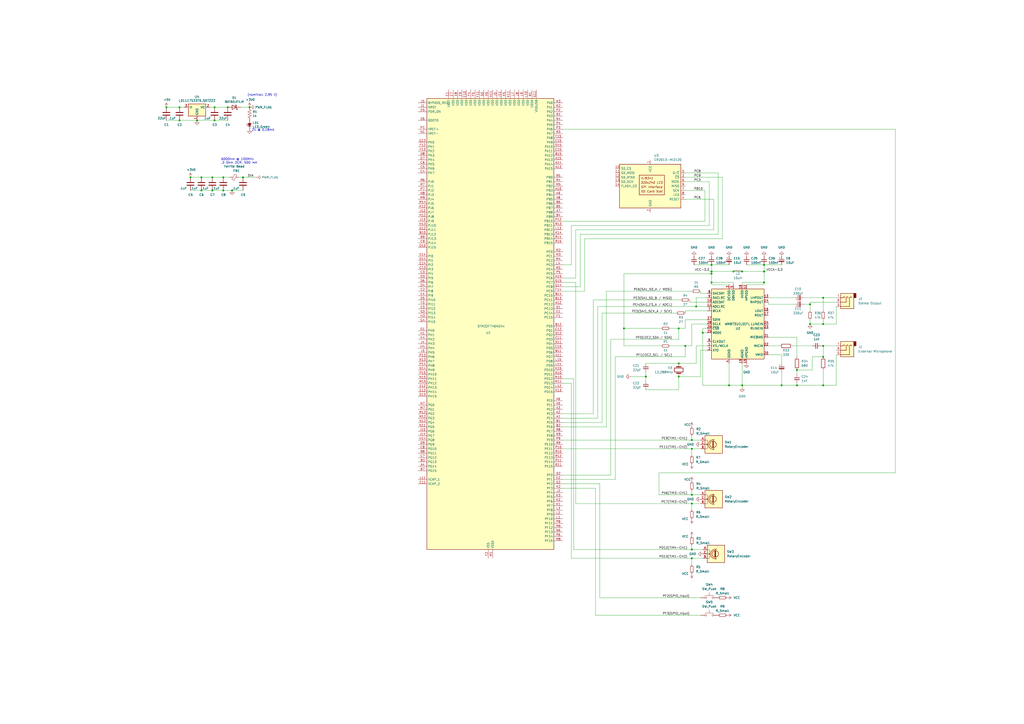
<source format=kicad_sch>
(kicad_sch (version 20230121) (generator eeschema)
  (paper "A2")
  (junction (at 401.32 318.77))
  (junction (at 361.95 190.5))
  (junction (at 374.65 218.44))
  (junction (at 116.84 110.49))
  (junction (at 110.49 102.87))
  (junction (at 403.86 177.8))
  (junction (at 453.39 223.52))
  (junction (at 477.52 207.01))
  (junction (at 443.23 163.83))
  (junction (at 129.54 102.87))
  (junction (at 124.46 69.85))
  (junction (at 477.52 200.66))
  (junction (at 401.32 260.35))
  (junction (at 425.45 157.48))
  (junction (at 401.32 292.1))
  (junction (at 124.46 62.23))
  (junction (at 123.19 102.87))
  (junction (at 129.54 110.49))
  (junction (at 104.14 62.23))
  (junction (at 104.14 69.85))
  (junction (at 401.32 323.85))
  (junction (at 393.7 210.82))
  (junction (at 123.19 110.49))
  (junction (at 462.28 223.52))
  (junction (at 412.75 158.75))
  (junction (at 462.28 214.63))
  (junction (at 469.9 187.96))
  (junction (at 407.67 193.04))
  (junction (at 412.75 163.83))
  (junction (at 393.7 190.5))
  (junction (at 443.23 157.48))
  (junction (at 140.97 102.87))
  (junction (at 412.75 157.48))
  (junction (at 430.53 157.48))
  (junction (at 134.62 110.49))
  (junction (at 430.53 223.52))
  (junction (at 412.75 153.67))
  (junction (at 401.32 255.27))
  (junction (at 477.52 172.72))
  (junction (at 132.08 62.23))
  (junction (at 397.51 200.66))
  (junction (at 144.78 62.23))
  (junction (at 477.52 187.96))
  (junction (at 422.91 223.52))
  (junction (at 393.7 218.44))
  (junction (at 469.9 176.53))
  (junction (at 116.84 102.87))
  (junction (at 477.52 223.52))
  (junction (at 114.3 69.85))
  (junction (at 96.52 62.23))
  (junction (at 443.23 153.67))
  (junction (at 401.32 287.02))
  (wire (pts (xy 416.56 135.89) (xy 336.55 135.89)))
  (wire (pts (xy 406.4 218.44) (xy 393.7 218.44)))
  (wire (pts (xy 331.47 323.85) (xy 331.47 222.25)))
  (wire (pts (xy 346.71 177.8) (xy 403.86 177.8)))
  (wire (pts (xy 129.54 110.49) (xy 134.62 110.49)))
  (wire (pts (xy 519.43 74.93) (xy 519.43 274.32)))
  (wire (pts (xy 326.39 245.11) (xy 349.25 245.11)))
  (wire (pts (xy 134.62 110.49) (xy 140.97 110.49)))
  (wire (pts (xy 336.55 166.37) (xy 326.39 166.37)))
  (wire (pts (xy 397.51 115.57) (xy 414.02 115.57)))
  (wire (pts (xy 397.51 105.41) (xy 411.48 105.41)))
  (wire (pts (xy 410.21 180.34) (xy 397.51 180.34)))
  (wire (pts (xy 425.45 165.1) (xy 425.45 163.83)))
  (wire (pts (xy 331.47 153.67) (xy 326.39 153.67)))
  (wire (pts (xy 461.01 176.53) (xy 445.77 176.53)))
  (wire (pts (xy 469.9 176.53) (xy 469.9 180.34)))
  (wire (pts (xy 430.53 223.52) (xy 430.53 224.79)))
  (wire (pts (xy 326.39 161.29) (xy 334.01 161.29)))
  (wire (pts (xy 331.47 222.25) (xy 326.39 222.25)))
  (wire (pts (xy 416.56 100.33) (xy 416.56 135.89)))
  (wire (pts (xy 406.4 255.27) (xy 401.32 255.27)))
  (wire (pts (xy 346.71 242.57) (xy 346.71 177.8)))
  (wire (pts (xy 408.94 128.27) (xy 408.94 110.49)))
  (wire (pts (xy 383.54 200.66) (xy 361.95 200.66)))
  (wire (pts (xy 138.43 102.87) (xy 140.97 102.87)))
  (wire (pts (xy 361.95 158.75) (xy 412.75 158.75)))
  (wire (pts (xy 104.14 69.85) (xy 114.3 69.85)))
  (wire (pts (xy 401.32 187.96) (xy 401.32 200.66)))
  (wire (pts (xy 410.21 172.72) (xy 403.86 172.72)))
  (wire (pts (xy 477.52 187.96) (xy 469.9 187.96)))
  (wire (pts (xy 445.77 200.66) (xy 452.12 200.66)))
  (wire (pts (xy 412.75 153.67) (xy 422.91 153.67)))
  (wire (pts (xy 469.9 185.42) (xy 469.9 187.96)))
  (wire (pts (xy 116.84 110.49) (xy 123.19 110.49)))
  (wire (pts (xy 397.51 200.66) (xy 397.51 207.01)))
  (wire (pts (xy 339.09 168.91) (xy 326.39 168.91)))
  (wire (pts (xy 443.23 157.48) (xy 444.5 157.48)))
  (wire (pts (xy 403.86 200.66) (xy 403.86 210.82)))
  (wire (pts (xy 400.05 175.26) (xy 400.05 173.99)))
  (wire (pts (xy 397.51 185.42) (xy 397.51 190.5)))
  (wire (pts (xy 445.77 205.74) (xy 453.39 205.74)))
  (wire (pts (xy 406.4 203.2) (xy 406.4 218.44)))
  (wire (pts (xy 397.51 180.34) (xy 397.51 181.61)))
  (wire (pts (xy 519.43 274.32) (xy 382.27 274.32)))
  (wire (pts (xy 140.97 102.87) (xy 148.59 102.87)))
  (wire (pts (xy 406.4 260.35) (xy 401.32 260.35)))
  (wire (pts (xy 445.77 176.53) (xy 445.77 175.26)))
  (wire (pts (xy 349.25 245.11) (xy 349.25 181.61)))
  (wire (pts (xy 393.7 218.44) (xy 393.7 226.06)))
  (wire (pts (xy 356.87 207.01) (xy 397.51 207.01)))
  (wire (pts (xy 430.53 157.48) (xy 443.23 157.48)))
  (wire (pts (xy 356.87 207.01) (xy 356.87 278.13)))
  (wire (pts (xy 124.46 69.85) (xy 132.08 69.85)))
  (wire (pts (xy 471.17 214.63) (xy 471.17 207.01)))
  (wire (pts (xy 476.25 200.66) (xy 477.52 200.66)))
  (wire (pts (xy 462.28 223.52) (xy 477.52 223.52)))
  (wire (pts (xy 401.32 200.66) (xy 397.51 200.66)))
  (wire (pts (xy 477.52 214.63) (xy 477.52 223.52)))
  (wire (pts (xy 354.33 196.85) (xy 393.7 196.85)))
  (wire (pts (xy 453.39 205.74) (xy 453.39 210.82)))
  (wire (pts (xy 106.68 62.23) (xy 104.14 62.23)))
  (wire (pts (xy 365.76 218.44) (xy 374.65 218.44)))
  (wire (pts (xy 339.09 138.43) (xy 339.09 168.91)))
  (wire (pts (xy 116.84 102.87) (xy 123.19 102.87)))
  (wire (pts (xy 354.33 196.85) (xy 354.33 275.59)))
  (wire (pts (xy 326.39 278.13) (xy 356.87 278.13)))
  (wire (pts (xy 332.74 219.71) (xy 332.74 318.77)))
  (wire (pts (xy 123.19 110.49) (xy 129.54 110.49)))
  (wire (pts (xy 403.86 172.72) (xy 403.86 177.8)))
  (wire (pts (xy 422.91 165.1) (xy 412.75 165.1)))
  (wire (pts (xy 332.74 318.77) (xy 401.32 318.77)))
  (wire (pts (xy 422.91 210.82) (xy 422.91 223.52)))
  (wire (pts (xy 406.4 292.1) (xy 401.32 292.1)))
  (wire (pts (xy 419.1 102.87) (xy 419.1 138.43)))
  (wire (pts (xy 374.65 218.44) (xy 374.65 220.98)))
  (wire (pts (xy 361.95 190.5) (xy 361.95 158.75)))
  (wire (pts (xy 410.21 190.5) (xy 407.67 190.5)))
  (wire (pts (xy 485.14 172.72) (xy 477.52 172.72)))
  (wire (pts (xy 397.51 110.49) (xy 408.94 110.49)))
  (wire (pts (xy 345.44 356.87) (xy 406.4 356.87)))
  (wire (pts (xy 459.74 200.66) (xy 471.17 200.66)))
  (wire (pts (xy 326.39 219.71) (xy 332.74 219.71)))
  (wire (pts (xy 410.21 175.26) (xy 400.05 175.26)))
  (wire (pts (xy 326.39 74.93) (xy 519.43 74.93)))
  (wire (pts (xy 410.21 200.66) (xy 403.86 200.66)))
  (wire (pts (xy 430.53 163.83) (xy 443.23 163.83)))
  (wire (pts (xy 334.01 292.1) (xy 334.01 163.83)))
  (wire (pts (xy 462.28 222.25) (xy 462.28 223.52)))
  (wire (pts (xy 397.51 100.33) (xy 416.56 100.33)))
  (wire (pts (xy 401.32 287.02) (xy 401.32 284.48)))
  (wire (pts (xy 433.07 165.1) (xy 443.23 165.1)))
  (wire (pts (xy 326.39 247.65) (xy 351.79 247.65)))
  (wire (pts (xy 374.65 215.9) (xy 374.65 218.44)))
  (wire (pts (xy 469.9 176.53) (xy 469.9 175.26)))
  (wire (pts (xy 477.52 200.66) (xy 485.14 200.66)))
  (wire (pts (xy 414.02 115.57) (xy 414.02 133.35)))
  (wire (pts (xy 374.65 210.82) (xy 393.7 210.82)))
  (wire (pts (xy 349.25 181.61) (xy 392.43 181.61)))
  (wire (pts (xy 96.52 62.23) (xy 104.14 62.23)))
  (wire (pts (xy 477.52 172.72) (xy 477.52 180.34)))
  (wire (pts (xy 422.91 223.52) (xy 430.53 223.52)))
  (wire (pts (xy 407.67 318.77) (xy 401.32 318.77)))
  (wire (pts (xy 347.98 346.71) (xy 406.4 346.71)))
  (wire (pts (xy 334.01 133.35) (xy 334.01 161.29)))
  (wire (pts (xy 326.39 260.35) (xy 401.32 260.35)))
  (wire (pts (xy 410.21 185.42) (xy 397.51 185.42)))
  (wire (pts (xy 477.52 223.52) (xy 485.14 223.52)))
  (wire (pts (xy 326.39 128.27) (xy 408.94 128.27)))
  (wire (pts (xy 453.39 223.52) (xy 462.28 223.52)))
  (wire (pts (xy 326.39 240.03) (xy 344.17 240.03)))
  (wire (pts (xy 477.52 172.72) (xy 466.09 172.72)))
  (wire (pts (xy 430.53 223.52) (xy 453.39 223.52)))
  (wire (pts (xy 344.17 240.03) (xy 344.17 173.99)))
  (wire (pts (xy 331.47 323.85) (xy 401.32 323.85)))
  (wire (pts (xy 411.48 105.41) (xy 411.48 130.81)))
  (wire (pts (xy 96.52 69.85) (xy 104.14 69.85)))
  (wire (pts (xy 443.23 153.67) (xy 443.23 157.48)))
  (wire (pts (xy 407.67 223.52) (xy 422.91 223.52)))
  (wire (pts (xy 485.14 175.26) (xy 469.9 175.26)))
  (wire (pts (xy 445.77 172.72) (xy 461.01 172.72)))
  (wire (pts (xy 129.54 102.87) (xy 133.35 102.87)))
  (wire (pts (xy 393.7 190.5) (xy 388.62 190.5)))
  (wire (pts (xy 477.52 185.42) (xy 477.52 187.96)))
  (wire (pts (xy 419.1 138.43) (xy 339.09 138.43)))
  (wire (pts (xy 382.27 287.02) (xy 401.32 287.02)))
  (wire (pts (xy 123.19 102.87) (xy 129.54 102.87)))
  (wire (pts (xy 334.01 163.83) (xy 326.39 163.83)))
  (wire (pts (xy 124.46 62.23) (xy 132.08 62.23)))
  (wire (pts (xy 485.14 177.8) (xy 485.14 187.96)))
  (wire (pts (xy 485.14 187.96) (xy 477.52 187.96)))
  (wire (pts (xy 410.21 187.96) (xy 401.32 187.96)))
  (wire (pts (xy 412.75 157.48) (xy 425.45 157.48)))
  (wire (pts (xy 331.47 130.81) (xy 331.47 153.67)))
  (wire (pts (xy 393.7 190.5) (xy 393.7 196.85)))
  (wire (pts (xy 326.39 255.27) (xy 401.32 255.27)))
  (wire (pts (xy 351.79 247.65) (xy 351.79 168.91)))
  (wire (pts (xy 326.39 242.57) (xy 346.71 242.57)))
  (wire (pts (xy 412.75 158.75) (xy 412.75 157.48)))
  (wire (pts (xy 401.32 323.85) (xy 401.32 327.66)))
  (wire (pts (xy 412.75 163.83) (xy 412.75 158.75)))
  (wire (pts (xy 393.7 226.06) (xy 374.65 226.06)))
  (wire (pts (xy 406.4 170.18) (xy 406.4 168.91)))
  (wire (pts (xy 411.48 130.81) (xy 331.47 130.81)))
  (wire (pts (xy 414.02 133.35) (xy 334.01 133.35)))
  (wire (pts (xy 401.32 318.77) (xy 401.32 316.23)))
  (wire (pts (xy 397.51 102.87) (xy 419.1 102.87)))
  (wire (pts (xy 402.59 153.67) (xy 412.75 153.67)))
  (wire (pts (xy 443.23 153.67) (xy 453.39 153.67)))
  (wire (pts (xy 407.67 193.04) (xy 407.67 223.52)))
  (wire (pts (xy 407.67 323.85) (xy 401.32 323.85)))
  (wire (pts (xy 383.54 190.5) (xy 361.95 190.5)))
  (wire (pts (xy 351.79 168.91) (xy 401.32 168.91)))
  (wire (pts (xy 430.53 210.82) (xy 430.53 223.52)))
  (wire (pts (xy 412.75 153.67) (xy 412.75 157.48)))
  (wire (pts (xy 443.23 163.83) (xy 443.23 157.48)))
  (wire (pts (xy 347.98 280.67) (xy 326.39 280.67)))
  (wire (pts (xy 334.01 292.1) (xy 401.32 292.1)))
  (wire (pts (xy 453.39 215.9) (xy 453.39 223.52)))
  (wire (pts (xy 347.98 346.71) (xy 347.98 280.67)))
  (wire (pts (xy 412.75 165.1) (xy 412.75 163.83)))
  (wire (pts (xy 336.55 135.89) (xy 336.55 166.37)))
  (wire (pts (xy 401.32 255.27) (xy 401.32 252.73)))
  (wire (pts (xy 403.86 177.8) (xy 410.21 177.8)))
  (wire (pts (xy 433.07 153.67) (xy 443.23 153.67)))
  (wire (pts (xy 407.67 193.04) (xy 410.21 193.04)))
  (wire (pts (xy 110.49 110.49) (xy 116.84 110.49)))
  (wire (pts (xy 397.51 190.5) (xy 393.7 190.5)))
  (wire (pts (xy 462.28 214.63) (xy 471.17 214.63)))
  (wire (pts (xy 443.23 165.1) (xy 443.23 163.83)))
  (wire (pts (xy 139.7 62.23) (xy 144.78 62.23)))
  (wire (pts (xy 477.52 200.66) (xy 477.52 207.01)))
  (wire (pts (xy 471.17 207.01) (xy 477.52 207.01)))
  (wire (pts (xy 425.45 163.83) (xy 412.75 163.83)))
  (wire (pts (xy 401.32 260.35) (xy 401.32 264.16)))
  (wire (pts (xy 410.21 203.2) (xy 406.4 203.2)))
  (wire (pts (xy 397.51 200.66) (xy 388.62 200.66)))
  (wire (pts (xy 114.3 69.85) (xy 124.46 69.85)))
  (wire (pts (xy 485.14 205.74) (xy 485.14 223.52)))
  (wire (pts (xy 407.67 190.5) (xy 407.67 193.04)))
  (wire (pts (xy 411.48 157.48) (xy 412.75 157.48)))
  (wire (pts (xy 361.95 200.66) (xy 361.95 190.5)))
  (wire (pts (xy 466.09 176.53) (xy 469.9 176.53)))
  (wire (pts (xy 430.53 165.1) (xy 430.53 163.83)))
  (wire (pts (xy 462.28 214.63) (xy 462.28 217.17)))
  (wire (pts (xy 344.17 173.99) (xy 394.97 173.99)))
  (wire (pts (xy 406.4 287.02) (xy 401.32 287.02)))
  (wire (pts (xy 345.44 283.21) (xy 345.44 356.87)))
  (wire (pts (xy 445.77 195.58) (xy 462.28 195.58)))
  (wire (pts (xy 430.53 157.48) (xy 425.45 157.48)))
  (wire (pts (xy 354.33 275.59) (xy 326.39 275.59)))
  (wire (pts (xy 403.86 210.82) (xy 393.7 210.82)))
  (wire (pts (xy 410.21 170.18) (xy 406.4 170.18)))
  (wire (pts (xy 121.92 62.23) (xy 124.46 62.23)))
  (wire (pts (xy 382.27 274.32) (xy 382.27 287.02)))
  (wire (pts (xy 110.49 102.87) (xy 116.84 102.87)))
  (wire (pts (xy 326.39 283.21) (xy 345.44 283.21)))
  (wire (pts (xy 462.28 207.01) (xy 462.28 195.58)))
  (wire (pts (xy 401.32 292.1) (xy 401.32 295.91)))
  (text "2V @ 0.18mA" (at 146.05 76.2 0) (effects (font (size 1.27 1.27)) (justify left bottom)))
  (text "(nominal: 2.95 V)" (at 143.51 55.88 0) (effects (font (size 1.27 1.27)) (justify left bottom)))
  (text "600Ohm @ 100MHz\n.3 Ohm DCR, 500 mA" (at 128.27 95.25 0) (effects (font (size 1.27 1.27)) (justify left bottom)))
  (label "PF2(GPIO_Input)" (at 400.05 346.71 180))
  (label "PF3(GPIO_Input)" (at 400.05 356.87 180))
  (label "PE5(SAI1_SCK_A {slash} SCK)" (at 389.89 181.61 180))
  (label "PE9(TIM1-CH1)" (at 398.78 255.27 180))
  (label "PC9" (at 402.59 102.87 0))
  (label "3VA" (at 143.51 102.87 0))
  (label "PF0(I2C2_SDA {slash} SDA)" (at 389.89 196.85 180))
  (label "PE6(SA1_SD_A {slash} MOSI)" (at 389.89 168.91 180))
  (label "VCCA-3.3" (at 444.5 157.48 0))
  (label "PB10" (at 402.59 110.49 0))
  (label "VCC-3.3" (at 411.48 157.48 180))
  (label "PD13(TIM1-CH2)" (at 398.78 323.85 180))
  (label "PC7(TIM3-CH2)" (at 398.78 292.1 180))
  (label "PD12(TIM4-CH1)" (at 398.78 318.77 180))
  (label "PC3" (at 402.59 105.41 0))
  (label "PA6(TIM3-CH1)" (at 398.78 287.02 180))
  (label "PC6" (at 402.59 115.57 0))
  (label "PE4(SAI1_FS_A {slash} ADCL)" (at 389.89 177.8 180))
  (label "PC8" (at 402.59 100.33 0))
  (label "PE11(TIM1-CH2)" (at 398.78 260.35 180))
  (label "PE3(SA1_SD_B {slash} MISO)" (at 389.89 173.99 180))
  (label "PF1(I2C2_SCL {slash} SCL)" (at 389.89 207.01 180))
  (symbol (lib_id "Device:C_Small") (at 443.23 151.13 0) (unit 1)
    (property "Reference" "C26" (at 445.77 149.8663 0) (effects (justify left)))
    (property "Value" "100nF" (at 445.77 152.4063 0) (effects (justify left)))
  )
  (symbol (lib_id "Device:R") (at 462.28 210.82 0) (unit 1)
    (property "Reference" "R34" (at 464.82 209.55 0) (effects (justify left)))
    (property "Value" "680" (at 464.82 212.09 0) (effects (justify left)))
  )
  (symbol (lib_id "Device:C_Polarized_Small") (at 453.39 151.13 0) (unit 1)
    (property "Reference" "E8" (at 455.93 149.86 0) (effects (justify left)))
    (property "Value" "10uF" (at 455.93 152.4 0) (effects (justify left)))
  )
  (symbol (lib_id "stm32f091-rescue:Ferrite_Bead_Small-Device") (at 135.89 102.87 270) (unit 1)
    (property "Reference" "FB1" (at 137.16 99.06 90))
    (property "Value" "Ferrite Bead" (at 135.89 96.52 90))
    (property "Footprint" "Inductor_SMD:L_0805_2012Metric_Pad1.15x1.40mm_HandSolder" (effects hide))
  )
  (symbol (lib_id "Device:RotaryEncoder") (at 414.02 257.81 0) (unit 1)
    (property "Reference" "SW1" (at 420.37 256.54 0) (effects (justify left)))
    (property "Value" "RotaryEncoder" (at 420.37 259.08 0) (effects (justify left)))
  )
  (symbol (lib_id "power:GND") (at 469.9 187.96 0) (unit 1)
    (property "Reference" "#PWR08" (effects hide))
    (property "Value" "GND" (at 469.9 193.04 0))
  )
  (symbol (lib_id "power:VCC") (at 401.32 311.15 0) (unit 1)
    (property "Reference" "#PWR014" (effects hide))
    (property "Value" "VCC" (at 397.51 311.15 0))
  )
  (symbol (lib_id "power:PWR_FLAG") (at 144.78 62.23 270) (unit 1)
    (property "Reference" "#FLG01" (effects hide))
    (property "Value" "PWR_FLAG" (at 148.0312 62.23 90) (effects (justify left)))
  )
  (symbol (lib_id "power:GND") (at 453.39 148.59 180) (unit 1)
    (property "Reference" "#PWR023" (effects hide))
    (property "Value" "GND" (at 453.39 143.51 0))
  )
  (symbol (lib_id "power:VCC") (at 401.32 247.65 0) (unit 1)
    (property "Reference" "#PWR013" (effects hide))
    (property "Value" "VCC" (at 398.78 246.38 0))
  )
  (symbol (lib_id "power:GND") (at 134.62 110.49 0) (unit 1)
    (property "Reference" "#PWR06" (effects hide))
    (property "Value" "GND" (effects hide))
  )
  (symbol (lib_id "Device:R_Small") (at 401.32 266.7 180) (unit 1)
    (property "Reference" "R7" (at 406.4 265.43 0) (effects (justify left)))
    (property "Value" "R_Small" (at 411.48 267.97 0) (effects (justify left)))
  )
  (symbol (lib_id "Device:R") (at 455.93 200.66 90) (unit 1)
    (property "Reference" "R33" (at 455.93 203.2 90))
    (property "Value" "330" (at 455.93 205.74 90))
  )
  (symbol (lib_id "Device:C_Small") (at 462.28 219.71 0) (unit 1)
    (property "Reference" "C24" (at 464.82 218.4463 0) (effects (justify left)))
    (property "Value" "1nF" (at 464.82 220.9863 0) (effects (justify left)))
  )
  (symbol (lib_id "Device:R_US") (at 144.78 66.04 0) (unit 1)
    (property "Reference" "R1" (at 146.5072 64.8716 0) (effects (justify left)))
    (property "Value" "1k" (at 146.5072 67.183 0) (effects (justify left)))
    (property "Footprint" "Resistor_SMD:R_0805_2012Metric_Pad1.15x1.40mm_HandSolder" (effects hide))
    (property "Datasheet" "https://datasheet.lcsc.com/szlcsc/Uniroyal-Elec-0805W8F3001T5E_C17661.pdf" (effects hide))
  )
  (symbol (lib_id "Switch:SW_Push") (at 411.48 346.71 0) (unit 1)
    (property "Reference" "SW4" (at 411.48 339.09 0))
    (property "Value" "SW_Push" (at 411.48 341.63 0))
  )
  (symbol (lib_id "Device:R") (at 477.52 210.82 0) (unit 1)
    (property "Reference" "R35" (at 480.06 209.55 0) (effects (justify left)))
    (property "Value" "47k" (at 480.06 212.09 0) (effects (justify left)))
  )
  (symbol (lib_id "Diode:BAT60A") (at 135.89 62.23 180) (unit 1)
    (property "Reference" "D1" (at 135.89 56.7182 0))
    (property "Value" "BAT60JFILM" (at 135.89 59.0296 0))
    (property "Footprint" "Diode_SMD:D_SOD-323" (effects hide))
    (property "Datasheet" "https://www.infineon.com/dgdl/Infineon-BAT60ASERIES-DS-v01_01-en.pdf?fileId=db3a304313d846880113def70c9304a9" (effects hide))
  )
  (symbol (lib_id "power:GND") (at 407.67 321.31 270) (unit 1)
    (property "Reference" "#PWR012" (effects hide))
    (property "Value" "GND" (at 403.86 321.31 90) (effects (justify right)))
  )
  (symbol (lib_id "Device:C") (at 129.54 106.68 0) (unit 1)
    (property "Reference" "C8" (at 128.27 113.03 0) (effects (justify left)))
    (property "Value" ".1uF" (at 123.19 109.22 0) (effects (justify left)))
    (property "Footprint" "Capacitor_SMD:C_0805_2012Metric_Pad1.15x1.40mm_HandSolder" (effects hide))
  )
  (symbol (lib_id "Switch:SW_Push") (at 411.48 356.87 0) (unit 1)
    (property "Reference" "SW5" (at 411.48 349.25 0))
    (property "Value" "SW_Push" (at 411.48 351.79 0))
  )
  (symbol (lib_id "Device:C") (at 116.84 106.68 0) (unit 1)
    (property "Reference" "C6" (at 115.57 113.03 0) (effects (justify left)))
    (property "Value" ".1uF" (at 110.49 109.22 0) (effects (justify left)))
    (property "Footprint" "Capacitor_SMD:C_0805_2012Metric_Pad1.15x1.40mm_HandSolder" (effects hide))
  )
  (symbol (lib_id "Device:C_Polarized_Small") (at 463.55 172.72 90) (unit 1)
    (property "Reference" "E10" (at 464.82 167.64 90) (effects (justify left)))
    (property "Value" "330uF" (at 466.09 170.18 90) (effects (justify left)))
  )
  (symbol (lib_id "Device:C_Small") (at 412.75 151.13 0) (unit 1)
    (property "Reference" "C28" (at 415.29 149.8663 0) (effects (justify left)))
    (property "Value" "100nF" (at 415.29 152.4063 0) (effects (justify left)))
  )
  (symbol (lib_id "Connector_Audio:AudioJack3") (at 490.22 175.26 180) (unit 1)
    (property "Reference" "J2" (at 497.84 173.355 0) (effects (justify right)))
    (property "Value" "Stereo Output" (at 497.84 175.895 0) (effects (justify right)))
  )
  (symbol (lib_id "Device:C") (at 96.52 66.04 0) (unit 1)
    (property "Reference" "C1" (at 95.25 72.39 0) (effects (justify left)))
    (property "Value" "22uF" (at 91.44 68.58 0) (effects (justify left)))
    (property "Footprint" "Capacitor_SMD:C_0805_2012Metric_Pad1.15x1.40mm_HandSolder" (effects hide))
    (property "Datasheet" "https://datasheet.lcsc.com/szlcsc/Samsung-Electro-Mechanics-CL21A226MAQNNNE_C45783.pdf" (effects hide))
  )
  (symbol (lib_id "power:VCC") (at 401.32 332.74 180) (unit 1)
    (property "Reference" "#PWR016" (effects hide))
    (property "Value" "VCC" (at 397.51 332.74 0))
  )
  (symbol (lib_id "Device:R_Small") (at 386.08 200.66 90) (unit 1)
    (property "Reference" "R1" (at 386.08 198.12 90))
    (property "Value" "1k" (at 386.08 203.2 90))
  )
  (symbol (lib_id "Device:R_Small") (at 469.9 182.88 0) (unit 1)
    (property "Reference" "R36" (at 472.44 181.61 0) (effects (justify left)))
    (property "Value" "47k" (at 472.44 184.15 0) (effects (justify left)))
  )
  (symbol (lib_id "Device:C") (at 104.14 66.04 0) (unit 1)
    (property "Reference" "C2" (at 102.87 72.39 0) (effects (justify left)))
    (property "Value" ".1uF" (at 97.79 68.58 0) (effects (justify left)))
    (property "Footprint" "Capacitor_SMD:C_0805_2012Metric_Pad1.15x1.40mm_HandSolder" (effects hide))
    (property "Datasheet" "https://datasheet.lcsc.com/szlcsc/Samsung-Electro-Mechanics-CL21C101JBANNNC_C1790.pdf" (effects hide))
  )
  (symbol (lib_id "power:VCC") (at 421.64 346.71 270) (unit 1)
    (property "Reference" "#PWR019" (effects hide))
    (property "Value" "VCC" (at 425.45 346.71 90) (effects (justify left)))
  )
  (symbol (lib_id "Device:R_Small") (at 477.52 182.88 0) (unit 1)
    (property "Reference" "R37" (at 480.06 181.61 0) (effects (justify left)))
    (property "Value" "47k" (at 480.06 184.15 0) (effects (justify left)))
  )
  (symbol (lib_id "power:GND") (at 406.4 257.81 270) (unit 1)
    (property "Reference" "#PWR010" (effects hide))
    (property "Value" "GND" (at 402.59 257.81 90) (effects (justify right)))
  )
  (symbol (lib_id "power:GND") (at 430.53 224.79 0) (unit 1)
    (property "Reference" "#PWR07" (effects hide))
    (property "Value" "GND" (at 430.53 229.87 0))
  )
  (symbol (lib_id "Device:C_Polarized_Small") (at 453.39 213.36 0) (unit 1)
    (property "Reference" "E14" (at 447.04 213.36 0) (effects (justify left)))
    (property "Value" "10uF" (at 447.04 215.9 0) (effects (justify left)))
  )
  (symbol (lib_id "Device:RotaryEncoder") (at 415.29 321.31 0) (unit 1)
    (property "Reference" "SW3" (at 421.64 320.04 0) (effects (justify left)))
    (property "Value" "RotaryEncoder" (at 421.64 322.58 0) (effects (justify left)))
  )
  (symbol (lib_id "power:GND") (at 402.59 148.59 180) (unit 1)
    (property "Reference" "#PWR024" (effects hide))
    (property "Value" "GND" (at 402.59 143.51 0))
  )
  (symbol (lib_id "Device:Crystal") (at 393.7 214.63 90) (unit 1)
    (property "Reference" "X3" (at 387.35 213.36 90) (effects (justify right)))
    (property "Value" "12.288MHz" (at 379.73 215.9 90) (effects (justify right)))
  )
  (symbol (lib_id "Driver_Display:CR2013-MI2120") (at 377.19 107.95 0) (unit 1)
    (property "Reference" "U3" (at 379.3841 90.17 0) (effects (justify left)))
    (property "Value" "CR2013-MI2120" (at 379.3841 92.71 0) (effects (justify left)))
    (property "Footprint" "Display:CR2013-MI2120" (effects hide))
    (property "Datasheet" "http://pan.baidu.com/s/11Y990" (effects hide))
  )
  (symbol (lib_id "Device:C_Small") (at 473.71 200.66 90) (unit 1)
    (property "Reference" "C23" (at 473.7163 194.31 90))
    (property "Value" "1nF" (at 473.7163 196.85 90))
  )
  (symbol (lib_id "Device:C_Small") (at 433.07 151.13 0) (unit 1)
    (property "Reference" "C25" (at 435.61 149.8663 0) (effects (justify left)))
    (property "Value" "100nF" (at 435.61 152.4063 0) (effects (justify left)))
  )
  (symbol (lib_id "Device:C") (at 140.97 106.68 0) (unit 1)
    (property "Reference" "C9" (at 139.7 113.03 0) (effects (justify left)))
    (property "Value" ".1uF" (at 134.62 109.22 0) (effects (justify left)))
    (property "Footprint" "Capacitor_SMD:C_0805_2012Metric_Pad1.15x1.40mm_HandSolder" (effects hide))
  )
  (symbol (lib_id "Device:L_Small") (at 427.99 157.48 90) (unit 1)
    (property "Reference" "L2" (at 427.99 158.75 90))
    (property "Value" "10uH" (at 427.99 161.29 90))
  )
  (symbol (lib_id "power:+3V0") (at 144.78 62.23 0) (unit 1)
    (property "Reference" "#PWR03" (effects hide))
    (property "Value" "+3V0" (at 145.161 57.8358 0))
  )
  (symbol (lib_id "Device:C_Small") (at 374.65 213.36 0) (unit 1)
    (property "Reference" "C21" (at 367.03 212.09 0) (effects (justify left)))
    (property "Value" "22pF" (at 367.03 214.63 0) (effects (justify left)))
  )
  (symbol (lib_id "power:GND") (at 412.75 148.59 180) (unit 1)
    (property "Reference" "#PWR025" (effects hide))
    (property "Value" "GND" (at 412.75 143.51 0))
  )
  (symbol (lib_id "Device:R_Small") (at 397.51 173.99 270) (unit 1)
    (property "Reference" "R4" (at 397.51 171.45 90))
    (property "Value" "27" (at 397.51 176.53 90))
  )
  (symbol (lib_id "Device:R_Small") (at 401.32 250.19 0) (unit 1)
    (property "Reference" "R2" (at 403.86 248.92 0) (effects (justify left)))
    (property "Value" "R_Small" (at 403.86 251.46 0) (effects (justify left)))
  )
  (symbol (lib_id "Device:C") (at 123.19 106.68 0) (unit 1)
    (property "Reference" "C7" (at 121.92 113.03 0) (effects (justify left)))
    (property "Value" ".1uF" (at 116.84 109.22 0) (effects (justify left)))
    (property "Footprint" "Capacitor_SMD:C_0805_2012Metric_Pad1.15x1.40mm_HandSolder" (effects hide))
  )
  (symbol (lib_id "power:PWR_FLAG") (at 148.59 102.87 270) (unit 1)
    (property "Reference" "#FLG02" (effects hide))
    (property "Value" "PWR_FLAG" (at 151.8412 102.87 90) (effects (justify left)))
  )
  (symbol (lib_id "power:VCC") (at 401.32 300.99 180) (unit 1)
    (property "Reference" "#PWR017" (effects hide))
    (property "Value" "VCC" (at 397.51 300.99 0))
  )
  (symbol (lib_id "power:GND") (at 114.3 69.85 0) (unit 1)
    (property "Reference" "#PWR02" (effects hide))
    (property "Value" "GND" (effects hide))
  )
  (symbol (lib_id "Device:C") (at 110.49 106.68 0) (unit 1)
    (property "Reference" "C5" (at 109.22 113.03 0) (effects (justify left)))
    (property "Value" ".1uF" (at 104.14 109.22 0) (effects (justify left)))
    (property "Footprint" "Capacitor_SMD:C_0805_2012Metric_Pad1.15x1.40mm_HandSolder" (effects hide))
  )
  (symbol (lib_id "Regulator_Linear:LD1117S33TR_SOT223") (at 114.3 62.23 0) (unit 1)
    (property "Reference" "U4" (at 114.3 56.0832 0))
    (property "Value" "LD1117S33TR_SOT223" (at 114.3 58.3946 0))
    (property "Footprint" "Package_TO_SOT_SMD:SOT-223-3_TabPin2" (effects hide))
    (property "Datasheet" "http://www.st.com/st-web-ui/static/active/en/resource/technical/document/datasheet/CD00000544.pdf" (effects hide))
  )
  (symbol (lib_id "Device:R_Small") (at 401.32 313.69 0) (unit 1)
    (property "Reference" "R3" (at 403.86 312.42 0) (effects (justify left)))
    (property "Value" "R_Small" (at 403.86 314.96 0) (effects (justify left)))
  )
  (symbol (lib_id "power:GND") (at 443.23 148.59 180) (unit 1)
    (property "Reference" "#PWR021" (effects hide))
    (property "Value" "GND" (at 443.23 143.51 0))
  )
  (symbol (lib_id "Device:R_Small") (at 394.97 181.61 270) (unit 1)
    (property "Reference" "R3" (at 394.97 184.15 90))
    (property "Value" "27" (at 394.97 186.69 90))
  )
  (symbol (lib_id "power:+3V0") (at 110.49 102.87 0) (unit 1)
    (property "Reference" "#PWR05" (effects hide))
    (property "Value" "+3V0" (at 110.871 98.4758 0))
  )
  (symbol (lib_id "Device:RotaryEncoder") (at 414.02 289.56 0) (unit 1)
    (property "Reference" "SW2" (at 420.37 288.29 0) (effects (justify left)))
    (property "Value" "RotaryEncoder" (at 420.37 290.83 0) (effects (justify left)))
  )
  (symbol (lib_id "power:GND") (at 144.78 74.93 0) (unit 1)
    (property "Reference" "#PWR04" (effects hide))
    (property "Value" "GND" (effects hide))
  )
  (symbol (lib_id "power:VCC") (at 421.64 356.87 270) (unit 1)
    (property "Reference" "#PWR020" (effects hide))
    (property "Value" "VCC" (at 425.45 356.87 90) (effects (justify left)))
  )
  (symbol (lib_id "Connector_Audio:AudioJack3") (at 490.22 203.2 180) (unit 1)
    (property "Reference" "J1" (at 497.84 201.295 0) (effects (justify right)))
    (property "Value" "External Microphone" (at 497.84 203.835 0) (effects (justify right)))
  )
  (symbol (lib_id "Audio:WM8731CLSEFL") (at 427.99 187.96 0) (unit 1)
    (property "Reference" "U2" (at 426.72 190.5 0) (effects (justify left)))
    (property "Value" "WM8731CLSEFL" (at 420.37 187.96 0) (effects (justify left)))
    (property "Footprint" "Package_DFN_QFN:QFN-28-1EP_5x5mm_P0.5mm_EP3.35x3.35mm" (effects hide))
    (property "Datasheet" "https://statics.cirrus.com/pubs/proDatasheet/WM8731_v4.9.pdf" (effects hide))
  )
  (symbol (lib_id "Device:C_Small") (at 374.65 223.52 0) (unit 1)
    (property "Reference" "C22" (at 367.03 222.25 0) (effects (justify left)))
    (property "Value" "22pF" (at 367.03 224.79 0) (effects (justify left)))
  )
  (symbol (lib_id "Device:R_Small") (at 419.1 346.71 90) (unit 1)
    (property "Reference" "R8" (at 419.1 341.63 90))
    (property "Value" "R_Small" (at 419.1 344.17 90))
  )
  (symbol (lib_id "stm32f091-rescue:LED_Small_ALT-Device") (at 144.78 72.39 90) (unit 1)
    (property "Reference" "LD1" (at 146.558 71.2216 90) (effects (justify right)))
    (property "Value" "LED_Green" (at 146.558 73.533 90) (effects (justify right)))
    (property "Footprint" "LED_SMD:LED_0805_2012Metric" (effects hide))
  )
  (symbol (lib_id "Device:C") (at 132.08 66.04 0) (unit 1)
    (property "Reference" "C4" (at 130.81 72.39 0) (effects (justify left)))
    (property "Value" "22uF" (at 127 68.58 0) (effects (justify left)))
    (property "Footprint" "Capacitor_SMD:C_0805_2012Metric_Pad1.15x1.40mm_HandSolder" (effects hide))
    (property "Datasheet" "https://datasheet.lcsc.com/szlcsc/Samsung-Electro-Mechanics-CL21A226MAQNNNE_C45783.pdf" (effects hide))
  )
  (symbol (lib_id "power:GND") (at 365.76 218.44 270) (unit 1)
    (property "Reference" "#PWR027" (effects hide))
    (property "Value" "GND" (at 361.95 218.44 90) (effects (justify right)))
  )
  (symbol (lib_id "power:+5V") (at 96.52 62.23 0) (unit 1)
    (property "Reference" "#PWR01" (effects hide))
    (property "Value" "+5V" (at 96.901 57.8358 0))
  )
  (symbol (lib_id "Device:R_Small") (at 401.32 298.45 180) (unit 1)
    (property "Reference" "R6" (at 406.4 297.18 0) (effects (justify left)))
    (property "Value" "R_Small" (at 411.48 299.72 0) (effects (justify left)))
  )
  (symbol (lib_id "power:VCC") (at 401.32 269.24 180) (unit 1)
    (property "Reference" "#PWR018" (effects hide))
    (property "Value" "VCC" (at 397.51 269.24 0))
  )
  (symbol (lib_id "MCU_ST_STM32F7:STM32F746NGHx") (at 283.21 189.23 0) (unit 1)
    (property "Reference" "U1" (at 281.94 193.04 0) (effects (justify left)))
    (property "Value" "STM32F746NGHx" (at 276.86 189.23 0) (effects (justify left)))
    (property "Footprint" "Package_BGA:TFBGA-216_13x13mm_Layout15x15_P0.8mm" (effects hide))
    (property "Datasheet" "https://www.st.com/resource/en/datasheet/stm32f746ng.pdf" (effects hide))
  )
  (symbol (lib_id "power:GND") (at 433.07 210.82 0) (unit 1)
    (property "Reference" "#PWR09" (effects hide))
    (property "Value" "GND" (at 433.07 215.9 0))
  )
  (symbol (lib_id "power:GND") (at 433.07 148.59 180) (unit 1)
    (property "Reference" "#PWR022" (effects hide))
    (property "Value" "GND" (at 433.07 143.51 0))
  )
  (symbol (lib_id "Device:C") (at 124.46 66.04 0) (unit 1)
    (property "Reference" "C3" (at 123.19 72.39 0) (effects (justify left)))
    (property "Value" ".1uF" (at 118.11 68.58 0) (effects (justify left)))
    (property "Footprint" "Capacitor_SMD:C_0805_2012Metric_Pad1.15x1.40mm_HandSolder" (effects hide))
    (property "Datasheet" "https://datasheet.lcsc.com/szlcsc/Samsung-Electro-Mechanics-CL21C101JBANNNC_C1790.pdf" (effects hide))
  )
  (symbol (lib_id "power:GND") (at 406.4 289.56 270) (unit 1)
    (property "Reference" "#PWR011" (effects hide))
    (property "Value" "GND" (at 402.59 289.56 90) (effects (justify right)))
  )
  (symbol (lib_id "Device:R_Small") (at 401.32 330.2 180) (unit 1)
    (property "Reference" "R5" (at 406.4 328.93 0) (effects (justify left)))
    (property "Value" "R_Small" (at 411.48 331.47 0) (effects (justify left)))
  )
  (symbol (lib_id "power:VCC") (at 401.32 279.4 0) (unit 1)
    (property "Reference" "#PWR015" (effects hide))
    (property "Value" "VCC" (at 398.78 278.13 0))
  )
  (symbol (lib_id "power:GND") (at 422.91 148.59 180) (unit 1)
    (property "Reference" "#PWR026" (effects hide))
    (property "Value" "GND" (at 422.91 143.51 0))
  )
  (symbol (lib_id "Device:C_Polarized_Small") (at 422.91 151.13 0) (unit 1)
    (property "Reference" "E15" (at 425.45 149.86 0) (effects (justify left)))
    (property "Value" "10uF" (at 425.45 152.4 0) (effects (justify left)))
  )
  (symbol (lib_id "Device:C_Small") (at 402.59 151.13 0) (unit 1)
    (property "Reference" "C27" (at 405.13 149.8663 0) (effects (justify left)))
    (property "Value" "100nF" (at 405.13 152.4063 0) (effects (justify left)))
  )
  (symbol (lib_id "Device:R_Small") (at 403.86 168.91 270) (unit 1)
    (property "Reference" "R5" (at 403.86 166.37 90))
    (property "Value" "1k" (at 403.86 163.83 90))
  )
  (symbol (lib_id "Device:C_Polarized_Small") (at 463.55 176.53 90) (unit 1)
    (property "Reference" "E11" (at 464.82 179.07 90) (effects (justify left)))
    (property "Value" "330uF" (at 466.09 181.61 90) (effects (justify left)))
  )
  (symbol (lib_id "Device:R_Small") (at 401.32 281.94 0) (unit 1)
    (property "Reference" "R4" (at 403.86 280.67 0) (effects (justify left)))
    (property "Value" "R_Small" (at 403.86 283.21 0) (effects (justify left)))
  )
  (symbol (lib_id "Device:R_Small") (at 419.1 356.87 90) (unit 1)
    (property "Reference" "R9" (at 419.1 351.79 90))
    (property "Value" "R_Small" (at 419.1 354.33 90))
  )
  (symbol (lib_id "Device:R_Small") (at 386.08 190.5 90) (unit 1)
    (property "Reference" "R2" (at 386.08 187.96 90))
    (property "Value" "1k" (at 386.08 193.04 90))
  )
)
</source>
